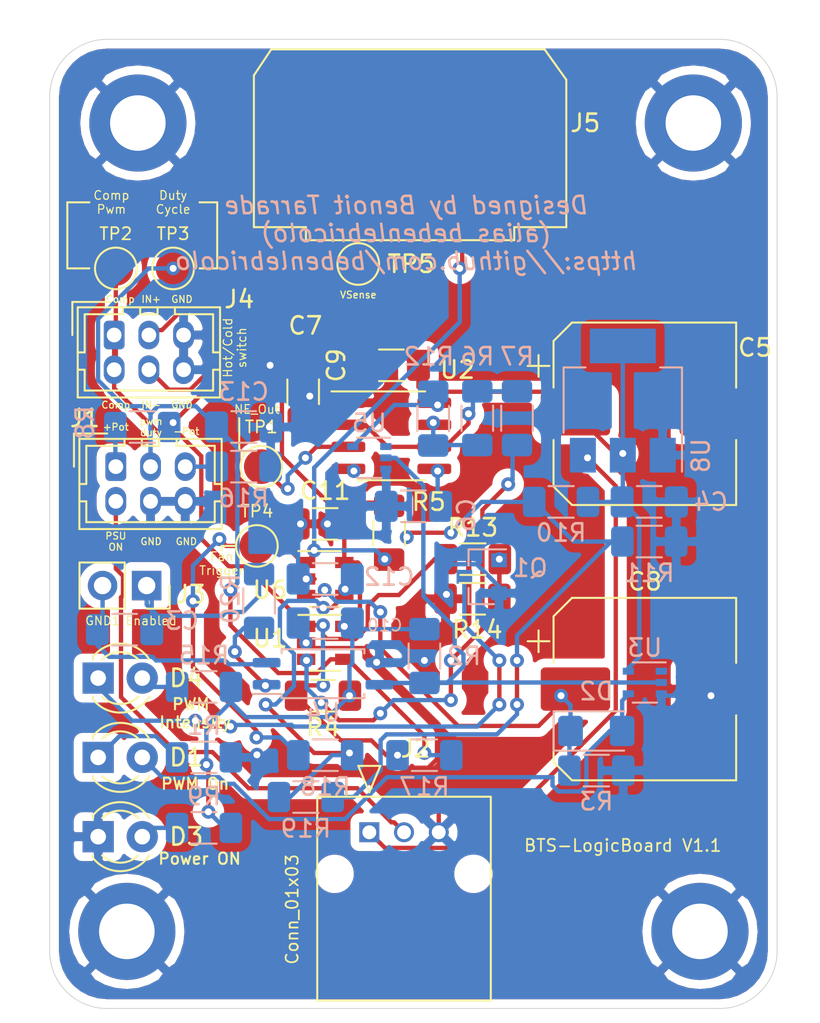
<source format=kicad_pcb>
(kicad_pcb (version 20211014) (generator pcbnew)
  (layers (0 "F.Cu" signal) (31 "B.Cu" signal) (34 "B.Paste" user) (35 "F.Paste" user) (36 "B.SilkS" user "B.Silkscreen") (37 "F.SilkS" user "F.Silkscreen") (38 "B.Mask" user) (39 "F.Mask" user) (44 "Edge.Cuts" user))
  (net 0 "")
  (net 1 "GND")
  (net 2 "+5V")
  (net 3 "Net-(C6-Pad1)")
  (net 4 "/Threshold")
  (net 5 "Net-(D1-Pad2)")
  (net 6 "Net-(D3-Pad2)")
  (net 7 "Net-(D4-Pad1)")
  (net 8 "/FAN_TRIGGER")
  (net 9 "/IN+")
  (net 10 "/IN-")
  (net 11 "/VSense")
  (net 12 "/PSU_ON")
  (net 13 "Net-(Q1-Pad1)")
  (net 14 "/2.5V")
  (net 15 "Net-(C8-Pad1)")
  (net 16 "Net-(R20-Pad1)")
  (net 17 "GND1")
  (net 18 "VCC")
  (net 19 "/PWM_DCycle_Ref")
  (net 20 "Net-(D1-Pad1)")
  (net 21 "Net-(D4-Pad2)")
  (net 22 "/COMP_PWM")
  (net 23 "Net-(R12-Pad2)")
  (net 24 "/Sawtooth")
  (net 25 "/NE_OUT")
  (net 26 "/NE555_RST")
  (net 27 "/EnableSignal")
  (net 28 "/-Potentiometer")
  (net 29 "/+Potentiometer")
  (net 30 "/EnabledOpto")
  (net 31 "Net-(C12-Pad1)")
  (footprint "Capacitor_SMD:C_1206_3216Metric_Pad1.33x1.80mm_HandSolder" (layer "F.Cu") (at 126.365 86.36 90)
    (fp_text reference "C7")
    (fp_text value "220pF")
  )
  (footprint "Connector_PinSocket_2.54mm:PinSocket_1x02_P2.54mm_Vertical" (layer "F.Cu") (at 117.348 97.536 -90)
    (fp_text reference "J3")
    (fp_text value "Conn_01x02")
  )
  (footprint "Package_SO:SOIC-8_3.9x4.9mm_P1.27mm" (layer "F.Cu") (at 131.445 88.9)
    (fp_text reference "U2")
    (fp_text value "NE555DR/TS555")
  )
  (footprint "MountingHole:MountingHole_3.2mm_M3_DIN965_Pad_TopBottom" (layer "F.Cu") (at 116.84 70.866)
    (fp_text reference "H1" hide)
    (fp_text value "MountingHole_Pad")
  )
  (footprint "MountingHole:MountingHole_3.2mm_M3_DIN965_Pad_TopBottom" (layer "F.Cu") (at 116.205 117.475)
    (fp_text reference "H3" hide)
    (fp_text value "MountingHole_Pad")
  )
  (footprint "MountingHole:MountingHole_3.2mm_M3_DIN965_Pad_TopBottom" (layer "F.Cu") (at 149.225 117.475)
    (fp_text reference "H4" hide)
    (fp_text value "MountingHole_Pad")
  )
  (footprint "Package_TO_SOT_SMD:SOT-23-5" (layer "F.Cu") (at 127.635 100.838)
    (fp_text reference "U1")
    (fp_text value "NCS2252SN2T1G")
  )
  (footprint "MountingHole:MountingHole_3.2mm_M3_DIN965_Pad_TopBottom" (layer "F.Cu") (at 148.844 70.866)
    (fp_text reference "H2" hide)
    (fp_text value "MountingHole_Pad")
  )
  (footprint "Capacitor_SMD:CP_Elec_10x10" (layer "F.Cu") (at 146.05 103.505)
    (fp_text reference "C8")
    (fp_text value "470uF")
  )
  (footprint "Capacitor_SMD:C_1206_3216Metric_Pad1.33x1.80mm_HandSolder" (layer "F.Cu") (at 131.445 84.836 180)
    (fp_text reference "C9")
    (fp_text value "100nF")
  )
  (footprint "Capacitor_SMD:C_1206_3216Metric_Pad1.33x1.80mm_HandSolder" (layer "F.Cu") (at 127.635 93.98 180)
    (fp_text reference "C11")
    (fp_text value "100nF")
  )
  (footprint "LED_THT:LED_D3.0mm" (layer "F.Cu") (at 114.554 112.014)
    (fp_text reference "D3")
    (fp_text value "LED")
  )
  (footprint "LED_THT:LED_D3.0mm" (layer "F.Cu") (at 114.554 102.87)
    (fp_text reference "D4")
    (fp_text value "LED")
  )
  (footprint "BTS-LogicBoard:559350310" (layer "F.Cu") (at 130.175 111.76)
    (fp_text reference "J2")
    (fp_text value "Conn_01x03")
  )
  (footprint "Resistor_SMD:R_1206_3216Metric_Pad1.30x1.75mm_HandSolder" (layer "F.Cu") (at 131.318 94.488 -90)
    (fp_text reference "R5")
    (fp_text value "1k")
  )
  (footprint "Resistor_SMD:R_1206_3216Metric_Pad1.30x1.75mm_HandSolder" (layer "F.Cu") (at 136.144 96.012)
    (fp_text reference "R13")
    (fp_text value "1k")
  )
  (footprint "Resistor_SMD:R_1206_3216Metric_Pad1.30x1.75mm_HandSolder" (layer "F.Cu") (at 136.118 98.298)
    (fp_text reference "R14")
    (fp_text value "56k")
  )
  (footprint "TestPoint:TestPoint_Pad_D2.0mm" (layer "F.Cu") (at 123.952 90.678)
    (fp_text reference "TP1")
    (fp_text value "TestPoint")
  )
  (footprint "TestPoint:TestPoint_Pad_D2.0mm" (layer "F.Cu") (at 115.57 79.248)
    (fp_text reference "TP2")
    (fp_text value "TestPoint")
  )
  (footprint "TestPoint:TestPoint_Pad_D2.0mm" (layer "F.Cu") (at 118.872 79.248)
    (fp_text reference "TP3")
    (fp_text value "TestPoint")
  )
  (footprint "TestPoint:TestPoint_Pad_D2.0mm" (layer "F.Cu") (at 123.698 95.25)
    (fp_text reference "TP4")
    (fp_text value "TestPoint")
  )
  (footprint "TestPoint:TestPoint_Pad_D2.0mm" (layer "F.Cu") (at 129.54 78.994)
    (fp_text reference "TP5")
    (fp_text value "TestPoint")
  )
  (footprint "Package_TO_SOT_SMD:SOT-23-5" (layer "F.Cu") (at 127.635 97.155)
    (fp_text reference "U6")
    (fp_text value "NCS2252SN2T1G")
  )
  (footprint "Resistor_SMD:R_1206_3216Metric_Pad1.30x1.75mm_HandSolder" (layer "F.Cu") (at 127.508 103.886 180)
    (fp_text reference "R4")
    (fp_text value "1k")
  )
  (footprint "Connector_Hirose:Hirose_DF11-6DP-2DSA_2x03_P2.00mm_Vertical" (layer "F.Cu") (at 115.57 90.678)
    (fp_text reference "J1")
    (fp_text value "Conn_02x03_Odd_Even")
  )
  (footprint "Connector_Hirose:Hirose_DF11-6DP-2DSA_2x03_P2.00mm_Vertical" (layer "F.Cu") (at 115.475 83.09)
    (fp_text reference "J4")
    (fp_text value "Conn_02x03_Odd_Even")
  )
  (footprint "BTS-LogicBoard:Molex_MicroLock_1.25_01x06" (layer "F.Cu") (at 136.525 71.12 180)
    (fp_text reference "J5")
    (fp_text value "Conn_01x06")
  )
  (footprint "Capacitor_SMD:CP_Elec_10x10" (layer "F.Cu") (at 146.05 87.63)
    (fp_text reference "C5")
    (fp_text value "470uF")
  )
  (footprint "LED_THT:LED_D3.0mm" (layer "F.Cu") (at 114.554 107.442)
    (fp_text reference "D1")
    (fp_text value "LED")
  )
  (footprint "Capacitor_SMD:C_1206_3216Metric_Pad1.33x1.80mm_HandSolder" (layer "B.Cu") (at 146.304 92.71)
    (fp_text reference "C4")
    (fp_text value "1uF")
  )
  (footprint "Capacitor_SMD:C_1206_3216Metric_Pad1.33x1.80mm_HandSolder" (layer "B.Cu") (at 132.715 92.964 180)
    (fp_text reference "C6")
    (fp_text value "10nF")
  )
  (footprint "Resistor_SMD:R_1206_3216Metric_Pad1.30x1.75mm_HandSolder" (layer "B.Cu") (at 141.224 92.71 180)
    (fp_text reference "R10")
    (fp_text value "10k")
  )
  (footprint "Resistor_SMD:R_1206_3216Metric_Pad1.30x1.75mm_HandSolder" (layer "B.Cu") (at 146.304 94.996)
    (fp_text reference "R11")
    (fp_text value "10k")
  )
  (footprint "Resistor_SMD:R_1206_3216Metric_Pad1.30x1.75mm_HandSolder" (layer "B.Cu") (at 133.858 87.91 -90)
    (fp_text reference "R12")
    (fp_text value "470")
  )
  (footprint "Capacitor_SMD:C_1206_3216Metric_Pad1.33x1.80mm_HandSolder" (layer "B.Cu") (at 116.078 100.076)
    (fp_text reference "C3")
    (fp_text value "100nF")
  )
  (footprint "Resistor_SMD:R_1206_3216Metric_Pad1.30x1.75mm_HandSolder" (layer "B.Cu") (at 123.825 98.425 90)
    (fp_text reference "R20")
    (fp_text value "1k")
  )
  (footprint "Package_SO:SOIC-4_4.55x2.6mm_P1.27mm" (layer "B.Cu") (at 127.508 102.616)
    (fp_text reference "U4")
    (fp_text value "TLP291")
  )
  (footprint "Capacitor_SMD:C_1206_3216Metric_Pad1.33x1.80mm_HandSolder" (layer "B.Cu") (at 127.635 99.695 180)
    (fp_text reference "C10")
    (fp_text value "100nF")
  )
  (footprint "Capacitor_SMD:C_1206_3216Metric_Pad1.33x1.80mm_HandSolder" (layer "B.Cu") (at 127.635 97.155 180)
    (fp_text reference "C12")
    (fp_text value "100nF")
  )
  (footprint "Capacitor_SMD:C_1206_3216Metric_Pad1.33x1.80mm_HandSolder" (layer "B.Cu") (at 122.936 88.392)
    (fp_text reference "C13")
    (fp_text value "1uF")
  )
  (footprint "Diode_SMD:D_1206_3216Metric_Pad1.42x1.75mm_HandSolder" (layer "B.Cu") (at 143.256 105.918)
    (fp_text reference "D2")
    (fp_text value "1N4148")
  )
  (footprint "Resistor_SMD:R_1206_3216Metric_Pad1.30x1.75mm_HandSolder" (layer "B.Cu") (at 120.65 107.442 180)
    (fp_text reference "R1")
    (fp_text value "470")
  )
  (footprint "Resistor_SMD:R_1206_3216Metric_Pad1.30x1.75mm_HandSolder" (layer "B.Cu") (at 133.35 101.6 -90)
    (fp_text reference "R2")
    (fp_text value "1k")
  )
  (footprint "Resistor_SMD:R_1206_3216Metric_Pad1.30x1.75mm_HandSolder" (layer "B.Cu") (at 143.256 108.204 180)
    (fp_text reference "R3")
    (fp_text value "390k")
  )
  (footprint "Resistor_SMD:R_1206_3216Metric_Pad1.30x1.75mm_HandSolder" (layer "B.Cu") (at 136.398 87.884 90)
    (fp_text reference "R6")
    (fp_text value "220")
  )
  (footprint "Resistor_SMD:R_1206_3216Metric_Pad1.30x1.75mm_HandSolder" (layer "B.Cu") (at 138.684 87.884 90)
    (fp_text reference "R7")
    (fp_text value "10k")
  )
  (footprint "Resistor_SMD:R_1206_3216Metric_Pad1.30x1.75mm_HandSolder" (layer "B.Cu") (at 117.094 88.392 180)
    (fp_text reference "R8")
    (fp_text value "5.6k")
  )
  (footprint "Resistor_SMD:R_1206_3216Metric_Pad1.30x1.75mm_HandSolder" (layer "B.Cu") (at 120.65 111.506 180)
    (fp_text reference "R9")
    (fp_text value "470")
  )
  (footprint "Resistor_SMD:R_1206_3216Metric_Pad1.30x1.75mm_HandSolder" (layer "B.Cu") (at 120.65 103.378 180)
    (fp_text reference "R15")
    (fp_text value "470")
  )
  (footprint "Resistor_SMD:R_1206_3216Metric_Pad1.30x1.75mm_HandSolder" (layer "B.Cu") (at 122.936 90.678)
    (fp_text reference "R16")
    (fp_text value "5.6k")
  )
  (footprint "Package_TO_SOT_SMD:SOT-353_SC-70-5" (layer "B.Cu") (at 146.05 103.124 180)
    (fp_text reference "U3")
    (fp_text value "74HC1GU04")
  )
  (footprint "Package_TO_SOT_SMD:SOT-353_SC-70-5" (layer "B.Cu") (at 130.175 90.17 180)
    (fp_text reference "U5")
    (fp_text value "74HC1GU04")
  )
  (footprint "Package_TO_SOT_SMD:SOT-223-3_TabPin2" (layer "B.Cu") (at 144.78 86.868 90)
    (fp_text reference "U8")
    (fp_text value "LM1117-5.0")
  )
  (footprint "Package_TO_SOT_SMD:SOT-23" (layer "B.Cu") (at 136.652 97.028 180)
    (fp_text reference "Q1")
    (fp_text value "BC817")
  )
  (footprint "Resistor_SMD:R_1206_3216Metric_Pad1.30x1.75mm_HandSolder" (layer "B.Cu") (at 126.518 109.728)
    (fp_text reference "R19")
    (fp_text value "4.7k")
  )
  (footprint "Resistor_SMD:R_1206_3216Metric_Pad1.30x1.75mm_HandSolder" (layer "B.Cu") (at 133.35 107.315)
    (fp_text reference "R17")
    (fp_text value "56k")
  )
  (footprint "Resistor_SMD:R_1206_3216Metric_Pad1.30x1.75mm_HandSolder" (layer "B.Cu") (at 127.635 107.315)
    (fp_text reference "R18")
    (fp_text value "56k")
  )
  (gr_line (start 122.682 89.662) (end 122.936 89.916) (layer "F.SilkS") (width 0.12))
  (gr_line (start 112.776 79.248) (end 114.046 79.248) (layer "F.SilkS") (width 0.12))
  (gr_line (start 121.412 75.438) (end 121.412 79.248) (layer "F.SilkS") (width 0.12))
  (gr_line (start 121.412 79.248) (end 120.396 79.248) (layer "F.SilkS") (width 0.12))
  (gr_line (start 122.682 87.884) (end 122.682 89.662) (layer "F.SilkS") (width 0.12))
  (gr_line (start 121.666 95.25) (end 122.428 95.25) (layer "F.SilkS") (width 0.12))
  (gr_line (start 120.396 75.438) (end 121.412 75.438) (layer "F.SilkS") (width 0.12))
  (gr_line (start 114.046 75.438) (end 112.776 75.438) (layer "F.SilkS") (width 0.12))
  (gr_line (start 121.666 95.504) (end 121.666 95.25) (layer "F.SilkS") (width 0.12))
  (gr_line (start 112.776 75.438) (end 112.776 79.248) (layer "F.SilkS") (width 0.12))
  (gr_line (start 115.062 121.92) (end 150.368 121.92) (layer "Edge.Cuts") (width 0.05))
  (gr_line (start 111.76 118.618) (end 111.76 69.342) (layer "Edge.Cuts") (width 0.05))
  (gr_arc (start 153.67 118.618) (mid 152.702867 120.952867) (end 150.368 121.92) (layer "Edge.Cuts") (width 0.05))
  (gr_line (start 153.67 69.342) (end 153.67 118.618) (layer "Edge.Cuts") (width 0.05))
  (gr_line (start 150.368 66.04) (end 115.062 66.04) (layer "Edge.Cuts") (width 0.05))
  (gr_arc (start 115.062 121.92) (mid 112.727133 120.952867) (end 111.76 118.618) (layer "Edge.Cuts") (width 0.05))
  (gr_arc (start 111.76 69.342) (mid 112.727133 67.007133) (end 115.062 66.04) (layer "Edge.Cuts") (width 0.05))
  (gr_arc (start 150.368 66.04) (mid 152.702867 67.007133) (end 153.67 69.342) (layer "Edge.Cuts") (width 0.05))
  (gr_text "Designed by Benoit Tarrade\n(alias bebenlebricolo)\nhttps://github.com/bebenlebricolo" (at 132.334 77.216) (layer "B.SilkS") (effects (font (size 1 1) (thickness 0.15) italic) (justify mirror)))
  (gr_text "PWM On" (at 120.142 108.966) (layer "F.SilkS") (effects (font (size 0.65 0.65) (thickness 0.12))))
  (gr_text "Fan\nTrigger" (at 121.666 96.266) (layer "F.SilkS") (effects (font (size 0.5 0.5) (thickness 0.07))))
  (gr_text "Power ON" (at 120.396 113.284) (layer "F.SilkS") (effects (font (size 0.65 0.65) (thickness 0.12))))
  (gr_text "PWM \nIntensity" (at 120.142 104.902) (layer "F.SilkS") (effects (font (size 0.65 0.65) (thickness 0.12))))
  (gr_text "GND1" (at 114.808 99.568) (layer "F.SilkS") (effects (font (size 0.5 0.5) (thickness 0.07))))
  (gr_text "Enabled" (at 117.602 99.568) (layer "F.SilkS") (effects (font (size 0.5 0.5) (thickness 0.07))))
  (gr_text "GND" (at 117.602 94.996) (layer "F.SilkS") (effects (font (size 0.4 0.4) (thickness 0.07))))
  (gr_text "GND" (at 119.38 87.122) (layer "F.SilkS") (effects (font (size 0.4 0.4) (thickness 0.07))))
  (gr_text "Comp" (at 115.824 81.026) (layer "F.SilkS") (effects (font (size 0.4 0.4) (thickness 0.07))))
  (gr_text "IN+" (at 117.602 81.026) (layer "F.SilkS") (effects (font (size 0.4 0.4) (thickness 0.07))))
  (gr_text "GND" (at 119.38 81.026) (layer "F.SilkS") (effects (font (size 0.4 0.4) (thickness 0.07))))
  (gr_text "VSense" (at 129.54 80.772) (layer "F.SilkS") (effects (font (size 0.4 0.4) (thickness 0.07))))
  (gr_text "Comp" (at 115.57 87.122) (layer "F.SilkS") (effects (font (size 0.4 0.4) (thickness 0.07))))
  (gr_text "Comp\nPwm" (at 115.316 75.438) (layer "F.SilkS") (effects (font (size 0.5 0.5) (thickness 0.07))))
  (gr_text "PSU\nON" (at 115.57 94.996) (layer "F.SilkS") (effects (font (size 0.4 0.4) (thickness 0.07))))
  (gr_text "pwm\nduty" (at 117.602 88.392) (layer "F.SilkS") (effects (font (size 0.4 0.4) (thickness 0.07))))
  (gr_text "Duty\nCycle" (at 118.872 75.438) (layer "F.SilkS") (effects (font (size 0.5 0.5) (thickness 0.07))))
  (gr_text "NE_Out" (at 123.698 87.376) (layer "F.SilkS") (effects (font (size 0.5 0.5) (thickness 0.07))))
  (gr_text "BTS-LogicBoard V1.1" (at 144.78 112.522) (layer "F.SilkS") (effects (font (size 0.7 0.7) (thickness 0.1))))
  (gr_text "IN-" (at 117.602 87.122) (layer "F.SilkS") (effects (font (size 0.4 0.4) (thickness 0.07))))
  (gr_text "-Pot" (at 119.634 88.646) (layer "F.SilkS") (effects (font (size 0.4 0.4) (thickness 0.07))))
  (gr_text "+Pot" (at 115.57 88.392) (layer "F.SilkS") (effects (font (size 0.4 0.4) (thickness 0.07))))
  (gr_text "GND" (at 119.634 94.996) (layer "F.SilkS") (effects (font (size 0.4 0.4) (thickness 0.07))))
  (gr_text "Hot/Cold\nswitch" (at 122.428 83.82 90) (layer "F.SilkS") (effects (font (size 0.5 0.5) (thickness 0.07))))
  (segment (start 122.626999 89.463001) (end 123.698 88.392) (width 0.25) (layer "F.Cu") (net 1))
  (segment (start 126.212714 93.98) (end 125.292998 93.98) (width 0.25) (layer "F.Cu") (net 1))
  (segment (start 124.46 84.836) (end 126.3265 84.836) (width 0.25) (layer "F.Cu") (net 1))
  (segment (start 126.535 100.838) (end 126.534968 100.838) (width 0.25) (layer "F.Cu") (net 1))
  (segment (start 126.746 86.614) (end 128.589 86.614) (width 0.25) (layer "F.Cu") (net 1))
  (segment (start 126.834967 101.137999) (end 126.534968 100.838) (width 0.25) (layer "F.Cu") (net 1))
  (segment (start 126.212714 93.98) (end 127.762 93.98) (width 0.25) (layer "F.Cu") (net 1))
  (segment (start 126.535 97.155) (end 126.535001 97.155) (width 0.25) (layer "F.Cu") (net 1))
  (segment (start 134.175 111.76) (end 134.175 105.539321) (width 0.25) (layer "F.Cu") (net 1))
  (segment (start 122.626999 91.314001) (end 122.626999 89.463001) (width 0.25) (layer "F.Cu") (net 1))
  (segment (start 134.075001 105.439322) (end 134.075001 107.536001) (width 0.25) (layer "F.Cu") (net 1))
  (segment (start 124.446344 108.040001) (end 123.699918 107.293575) (width 0.25) (layer "F.Cu") (net 1))
  (segment (start 134.075001 107.536001) (end 133.571001 108.040001) (width 0.25) (layer "F.Cu") (net 1))
  (segment (start 128.589 86.614) (end 128.97 86.995) (width 0.25) (layer "F.Cu") (net 1))
  (segment (start 133.571001 108.040001) (end 124.446344 108.040001) (width 0.25) (layer "F.Cu") (net 1))
  (segment (start 126.535 97.155) (end 127.025002 97.155) (width 0.25) (layer "F.Cu") (net 1))
  (segment (start 126.3265 84.836) (end 126.365 84.7975) (width 0.25) (layer "F.Cu") (net 1))
  (segment (start 125.292998 93.98) (end 122.626999 91.314001) (width 0.25) (layer "F.Cu") (net 1))
  (segment (start 134.568 98.298) (end 134.568 100.636) (width 0.25) (layer "F.Cu") (net 1))
  (segment (start 134.568 100.636) (end 133.35 101.854) (width 0.25) (layer "F.Cu") (net 1))
  (segment (start 134.568 98.096) (end 134.62 98.044) (width 0.25) (layer "F.Cu") (net 1))
  (segment (start 134.175 105.539321) (end 130.598425 101.962746) (width 0.25) (layer "F.Cu") (net 1))
  (segment (start 129.773678 101.137999) (end 126.834967 101.137999) (width 0.25) (layer "F.Cu") (net 1))
  (segment (start 123.698 88.392) (end 124.41499 88.392) (width 0.25) (layer "F.Cu") (net 1))
  (segment (start 149.86 103.886) (end 149.86 103.695) (width 0.25) (layer "F.Cu") (net 1))
  (segment (start 130.598425 101.962746) (end 129.773678 101.137999) (width 0.25) (layer "F.Cu") (net 1))
  (segment (start 130.598425 101.962746) (end 134.075001 105.439322) (width 0.25) (layer "F.Cu") (net 1))
  (segment (start 149.86 103.695) (end 150.05 103.505) (width 0.25) (layer "F.Cu") (net 1))
  (segment (start 134.568 98.298) (end 134.568 98.096) (width 0.25) (layer "F.Cu") (net 1))
  (via (at 134.62 98.044) (size 0.8) (drill 0.4) (layers "F.Cu" "B.Cu") (net 1))
  (via (at 124.46 84.836) (size 0.8) (drill 0.4) (layers "F.Cu" "B.Cu") (net 1))
  (via (at 126.212714 93.98) (size 0.8) (drill 0.4) (layers "F.Cu" "B.Cu") (net 1))
  (via (at 133.35 101.854) (size 0.8) (drill 0.4) (layers "F.Cu" "B.Cu") (net 1))
  (via (at 123.699918 107.293575) (size 0.8) (drill 0.4) (layers "F.Cu" "B.Cu") (net 1))
  (via (at 126.535001 97.155) (size 0.8) (drill 0.4) (layers "F.Cu" "B.Cu") (net 1))
  (via (at 126.534968 100.838) (size 0.8) (drill 0.4) (layers "F.Cu" "B.Cu") (net 1))
  (via (at 149.86 103.886) (size 0.8) (drill 0.4) (layers "F.Cu" "B.Cu") (net 1))
  (via (at 124.41499 88.392) (size 0.8) (drill 0.4) (layers "F.Cu" "B.Cu") (net 1))
  (via (at 130.598425 101.962746) (size 0.8) (drill 0.4) (layers "F.Cu" "B.Cu") (net 1))
  (via (at 127.762 93.98) (size 0.8) (drill 0.4) (layers "F.Cu" "B.Cu") (net 1))
  (via (at 126.746 86.614) (size 0.8) (drill 0.4) (layers "F.Cu" "B.Cu") (net 1))
  (segment (start 124.4985 84.8745) (end 124.46 84.836) (width 0.25) (layer "B.Cu") (net 1))
  (segment (start 136.362001 96.302999) (end 134.941999 96.302999) (width 0.25) (layer "B.Cu") (net 1))
  (segment (start 123.551493 107.442) (end 123.699918 107.293575) (width 0.25) (layer "B.Cu") (net 1))
  (segment (start 124.4985 88.392) (end 124.4985 90.6655) (width 0.25) (layer "B.Cu") (net 1))
  (segment (start 126.0725 100.375532) (end 126.534968 100.838) (width 0.25) (layer "B.Cu") (net 1))
  (segment (start 131.1525 92.71) (end 131.1525 90.8475) (width 0.25) (layer "B.Cu") (net 1))
  (segment (start 126.0725 99.695) (end 126.0725 100.375532) (width 0.25) (layer "B.Cu") (net 1))
  (segment (start 122.2 107.442) (end 123.551493 107.442) (width 0.25) (layer "B.Cu") (net 1))
  (segment (start 126.0725 97.155) (end 126.0725 94.120214) (width 0.25) (layer "B.Cu") (net 1))
  (segment (start 130.885 101.676171) (end 130.598425 101.962746) (width 0.25) (layer "B.Cu") (net 1))
  (segment (start 124.4985 88.392) (end 124.4985 84.8745) (width 0.25) (layer "B.Cu") (net 1))
  (segment (start 131.1525 90.8475) (end 131.125 90.82) (width 0.25) (layer "B.Cu") (net 1))
  (segment (start 126.0725 97.155) (end 126.535001 97.155) (width 0.25) (layer "B.Cu") (net 1))
  (segment (start 130.885 101.6) (end 130.885 101.676171) (width 0.25) (layer "B.Cu") (net 1))
  (segment (start 137.652 97.978) (end 137.652 97.592998) (width 0.25) (layer "B.Cu") (net 1))
  (segment (start 147.066 103.886) (end 149.86 103.886) (width 0.25) (layer "B.Cu") (net 1))
  (segment (start 134.941999 96.302999) (end 134.62 96.624998) (width 0.25) (layer "B.Cu") (net 1))
  (segment (start 126.0725 94.120214) (end 126.212714 93.98) (width 0.25) (layer "B.Cu") (net 1))
  (segment (start 134.62 96.624998) (end 134.62 98.044) (width 0.25) (layer "B.Cu") (net 1))
  (segment (start 126.0725 99.695) (end 126.0725 100.122067) (width 0.25) (layer "B.Cu") (net 1))
  (segment (start 126.0725 100.122067) (end 125.899002 100.295565) (width 0.25) (layer "B.Cu") (net 1))
  (segment (start 126.238 86.614) (end 126.746 86.614) (width 0.25) (layer "B.Cu") (net 1))
  (segment (start 137.652 97.592998) (end 136.362001 96.302999) (width 0.25) (layer "B.Cu") (net 1))
  (segment (start 124.4985 90.6655) (end 124.486 90.678) (width 0.25) (layer "B.Cu") (net 1))
  (segment (start 124.46 84.836) (end 126.238 86.614) (width 0.25) (layer "B.Cu") (net 1))
  (segment (start 144.37501 91.79701) (end 142.748 90.17) (width 0.25) (layer "F.Cu") (net 2))
  (segment (start 131.075001 112.660001) (end 136.458189 112.660001) (width 0.25) (layer "F.Cu") (net 2))
  (segment (start 144.37501 104.74318) (end 144.37501 91.79701) (width 0.25) (layer "F.Cu") (net 2))
  (segment (start 136.458189 112.660001) (end 144.37501 104.74318) (width 0.25) (layer "F.Cu") (net 2))
  (segment (start 130.175 111.76) (end 131.075001 112.660001) (width 0.25) (layer "F.Cu") (net 2))
  (via (at 142.748 90.17) (size 0.8) (drill 0.4) (layers "F.Cu" "B.Cu") (net 2))
  (segment (start 142.632 90.17) (end 142.48 90.018) (width 0.25) (layer "B.Cu") (net 2))
  (segment (start 142.748 90.17) (end 142.632 90.17) (width 0.25) (layer "B.Cu") (net 2))
  (segment (start 133.985 90.805) (end 134.112 90.932) (width 0.25) (layer "F.Cu") (net 3))
  (segment (start 133.92 90.805) (end 133.985 90.805) (width 0.25) (layer "F.Cu") (net 3))
  (via (at 134.112 90.932) (size 0.8) (drill 0.4) (layers "F.Cu" "B.Cu") (net 3))
  (segment (start 134.112 92.5445) (end 134.2775 92.71) (width 0.25) (layer "B.Cu") (net 3))
  (segment (start 134.112 90.932) (end 134.112 92.5445) (width 0.25) (layer "B.Cu") (net 3))
  (segment (start 126.365 87.9225) (end 128.6275 87.9225) (width 0.25) (layer "F.Cu") (net 4))
  (segment (start 135.89 88.195685) (end 134.550685 89.535) (width 0.25) (layer "F.Cu") (net 4))
  (segment (start 128.6275 87.9225) (end 128.97 88.265) (width 0.25) (layer "F.Cu") (net 4))
  (segment (start 131.215 89.535) (end 133.92 89.535) (width 0.25) (layer "F.Cu") (net 4))
  (segment (start 128.97 88.265) (end 129.945 88.265) (width 0.25) (layer "F.Cu") (net 4))
  (segment (start 134.550685 89.535) (end 133.92 89.535) (width 0.25) (layer "F.Cu") (net 4))
  (segment (start 135.89 87.63) (end 135.89 88.195685) (width 0.25) (layer "F.Cu") (net 4))
  (segment (start 129.945 88.265) (end 131.215 89.535) (width 0.25) (layer "F.Cu") (net 4))
  (via (at 135.89 87.63) (size 0.8) (drill 0.4) (layers "F.Cu" "B.Cu") (net 4))
  (segment (start 136.144 87.376) (end 135.89 87.63) (width 0.25) (layer "B.Cu") (net 4))
  (segment (start 136.144 86.334) (end 136.144 87.376) (width 0.25) (layer "B.Cu") (net 4))
  (segment (start 138.43 86.334) (end 136.144 86.334) (width 0.25) (layer "B.Cu") (net 4))
  (segment (start 144.7435 104.1765) (end 144.7435 105.918) (width 0.25) (layer "B.Cu") (net 5))
  (segment (start 141.06782 109.40401) (end 142.34418 109.40401) (width 0.25) (layer "B.Cu") (net 5))
  (segment (start 128.778 110.998) (end 131.191 108.585) (width 0.25) (layer "B.Cu") (net 5))
  (segment (start 140.73099 108.585) (end 140.73099 109.06718) (width 0.25) (layer "B.Cu") (net 5))
  (segment (start 121.50481 108.585) (end 121.88581 108.966) (width 0.25) (layer "B.Cu") (net 5))
  (segment (start 142.68101 109.06718) (end 142.68101 107.26799) (width 0.25) (layer "B.Cu") (net 5))
  (segment (start 142.68101 107.26799) (end 144.031 105.918) (width 0.25) (layer "B.Cu") (net 5))
  (segment (start 118.46182 108.64201) (end 119.73818 108.64201) (width 0.25) (layer "B.Cu") (net 5))
  (segment (start 118.237 108.585) (end 118.40481 108.585) (width 0.25) (layer "B.Cu") (net 5))
  (segment (start 142.34418 109.40401) (end 142.68101 109.06718) (width 0.25) (layer "B.Cu") (net 5))
  (segment (start 119.73818 108.64201) (end 119.79519 108.585) (width 0.25) (layer "B.Cu") (net 5))
  (segment (start 144.031 105.918) (end 144.7435 105.918) (width 0.25) (layer "B.Cu") (net 5))
  (segment (start 124.39981 110.998) (end 128.778 110.998) (width 0.25) (layer "B.Cu") (net 5))
  (segment (start 118.40481 108.585) (end 118.46182 108.64201) (width 0.25) (layer "B.Cu") (net 5))
  (segment (start 119.79519 108.585) (end 121.50481 108.585) (width 0.25) (layer "B.Cu") (net 5))
  (segment (start 140.73099 109.06718) (end 141.06782 109.40401) (width 0.25) (layer "B.Cu") (net 5))
  (segment (start 145.034 103.886) (end 144.7435 104.1765) (width 0.25) (layer "B.Cu") (net 5))
  (segment (start 121.88581 108.966) (end 122.36781 108.966) (width 0.25) (layer "B.Cu") (net 5))
  (segment (start 122.36781 108.966) (end 124.39981 110.998) (width 0.25) (layer "B.Cu") (net 5))
  (segment (start 131.191 108.585) (end 140.73099 108.585) (width 0.25) (layer "B.Cu") (net 5))
  (segment (start 117.094 107.442) (end 118.237 108.585) (width 0.25) (layer "B.Cu") (net 5))
  (segment (start 119.1 111.506) (end 117.094 111.506) (width 0.25) (layer "B.Cu") (net 6))
  (segment (start 122.174 105.664) (end 120.483546 105.664) (width 0.25) (layer "F.Cu") (net 7))
  (segment (start 137.668 101.854) (end 137.668 104.394) (width 0.25) (layer "F.Cu") (net 7))
  (segment (start 120.483546 105.664) (end 120.146705 105.327159) (width 0.25) (layer "F.Cu") (net 7))
  (via (at 120.146705 105.327159) (size 0.8) (drill 0.4) (layers "F.Cu" "B.Cu") (net 7))
  (via (at 122.174 105.664) (size 0.8) (drill 0.4) (layers "F.Cu" "B.Cu") (net 7))
  (via (at 137.668 101.854) (size 0.8) (drill 0.4) (layers "F.Cu" "B.Cu") (net 7))
  (via (at 137.668 104.394) (size 0.8) (drill 0.4) (layers "F.Cu" "B.Cu") (net 7))
  (segment (start 125.787004 105.664) (end 136.398 105.664) (width 0.25) (layer "B.Cu") (net 7))
  (segment (start 135.652 97.028) (end 135.652 99.838) (width 0.25) (layer "B.Cu") (net 7))
  (segment (start 114.554 103.378) (end 116.503159 105.327159) (width 0.25) (layer "B.Cu") (net 7))
  (segment (start 136.398 105.664) (end 137.668 104.394) (width 0.25) (layer "B.Cu") (net 7))
  (segment (start 116.503159 105.327159) (end 119.58102 105.327159) (width 0.25) (layer "B.Cu") (net 7))
  (segment (start 119.58102 105.327159) (end 120.146705 105.327159) (width 0.25) (layer "B.Cu") (net 7))
  (segment (start 125.692016 105.569012) (end 125.787004 105.664) (width 0.25) (layer "B.Cu") (net 7))
  (segment (start 135.652 99.838) (end 137.668 101.854) (width 0.25) (layer "B.Cu") (net 7))
  (segment (start 122.268988 105.569012) (end 125.692016 105.569012) (width 0.25) (layer "B.Cu") (net 7))
  (segment (start 122.174 105.664) (end 122.268988 105.569012) (width 0.25) (layer "B.Cu") (net 7))
  (segment (start 127 95.74) (end 127 95.504) (width 0.25) (layer "F.Cu") (net 8))
  (segment (start 123.698 95.25) (end 121.929306 95.25) (width 0.25) (layer "F.Cu") (net 8))
  (segment (start 126.321213 96.205) (end 126.535 96.205) (width 0.25) (layer "F.Cu") (net 8))
  (segment (start 120.015 98.425) (end 120.015 102.235) (width 0.25) (layer "F.Cu") (net 8))
  (segment (start 126.535 96.205) (end 127 95.74) (width 0.25) (layer "F.Cu") (net 8))
  (segment (start 120.015 102.235) (end 123.66969 105.88969) (width 0.25) (layer "F.Cu") (net 8))
  (segment (start 121.929306 95.25) (end 121.539 94.859694) (width 0.25) (layer "F.Cu") (net 8))
  (segment (start 135.525 76.12) (end 135.525 79.105) (width 0.25) (layer "F.Cu") (net 8))
  (segment (start 123.66969 105.88969) (end 123.66969 106.29402) (width 0.25) (layer "F.Cu") (net 8))
  (segment (start 135.525 79.105) (end 135.382 79.248) (width 0.25) (layer "F.Cu") (net 8))
  (segment (start 125.366213 95.25) (end 126.321213 96.205) (width 0.25) (layer "F.Cu") (net 8))
  (segment (start 123.698 95.25) (end 125.366213 95.25) (width 0.25) (layer "F.Cu") (net 8))
  (via (at 135.382 79.248) (size 0.8) (drill 0.4) (layers "F.Cu" "B.Cu") (net 8))
  (via (at 131.064 96.012) (size 0.8) (drill 0.4) (layers "F.Cu" "B.Cu") (net 8))
  (via (at 120.015 98.425) (size 0.8) (drill 0.4) (layers "F.Cu" "B.Cu") (net 8))
  (via (at 127 95.504) (size 0.8) (drill 0.4) (layers "F.Cu" "B.Cu") (net 8))
  (via (at 121.539 94.859694) (size 0.8) (drill 0.4) (layers "F.Cu" "B.Cu") (net 8))
  (via (at 123.66969 106.29402) (size 0.8) (drill 0.4) (layers "F.Cu" "B.Cu") (net 8))
  (segment (start 135.382 79.248) (end 135.382 82.353002) (width 0.25) (layer "B.Cu") (net 8))
  (segment (start 125.06402 106.29402) (end 123.66969 106.29402) (width 0.25) (layer "B.Cu") (net 8))
  (segment (start 135.382 82.353002) (end 127 90.735002) (width 0.25) (layer "B.Cu") (net 8))
  (segment (start 131.064 96.012) (end 130.556 95.504) (width 0.25) (layer "B.Cu") (net 8))
  (segment (start 126.085 107.315) (end 125.06402 106.29402) (width 0.25) (layer "B.Cu") (net 8))
  (segment (start 121.539 94.859694) (end 120.015 96.383694) (width 0.25) (layer "B.Cu") (net 8))
  (segment (start 127 90.735002) (end 127 95.504) (width 0.25) (layer "B.Cu") (net 8))
  (segment (start 130.556 95.504) (end 127 95.504) (width 0.25) (layer "B.Cu") (net 8))
  (segment (start 120.015 96.383694) (end 120.015 98.425) (width 0.25) (layer "B.Cu") (net 8))
  (segment (start 133.525 74.62) (end 133.449999 74.544999) (width 0.25) (layer "F.Cu") (net 9))
  (segment (start 118.227839 82.804) (end 117.761 82.804) (width 0.25) (layer "F.Cu") (net 9))
  (segment (start 133.525 76.12) (end 133.525 74.62) (width 0.25) (layer "F.Cu") (net 9))
  (segment (start 133.449999 74.544999) (end 126.48684 74.544999) (width 0.25) (layer "F.Cu") (net 9))
  (segment (start 126.48684 74.544999) (end 118.227839 82.804) (width 0.25) (layer "F.Cu") (net 9))
  (segment (start 117.761 82.804) (end 117.475 83.09) (width 0.25) (layer "F.Cu") (net 9))
  (segment (start 126.685012 83.80999) (end 122.288171 83.80999) (width 0.25) (layer "F.Cu") (net 10))
  (segment (start 119.858151 86.24001) (end 118.62501 86.24001) (width 0.25) (layer "F.Cu") (net 10))
  (segment (start 131.525 78.970002) (end 126.685012 83.80999) (width 0.25) (layer "F.Cu") (net 10))
  (segment (start 118.62501 86.24001) (end 117.475 85.09) (width 0.25) (layer "F.Cu") (net 10))
  (segment (start 122.288171 83.80999) (end 119.858151 86.24001) (width 0.25) (layer "F.Cu") (net 10))
  (segment (start 131.525 76.12) (end 131.525 78.970002) (width 0.25) (layer "F.Cu") (net 10))
  (segment (start 129.525 76.12) (end 129.525 78.979) (width 0.25) (layer "F.Cu") (net 11))
  (segment (start 129.525 78.979) (end 129.54 78.994) (width 0.25) (layer "F.Cu") (net 11))
  (segment (start 121.136405 107.134988) (end 123.221417 109.22) (width 0.25) (layer "F.Cu") (net 12))
  (segment (start 119.037986 107.134988) (end 121.136405 107.134988) (width 0.25) (layer "F.Cu") (net 12))
  (segment (start 123.221417 109.22) (end 129.482996 109.22) (width 0.25) (layer "F.Cu") (net 12))
  (segment (start 129.482996 109.22) (end 131.447997 111.185001) (width 0.25) (layer "F.Cu") (net 12))
  (segment (start 131.447997 111.185001) (end 131.600002 111.185001) (width 0.25) (layer "F.Cu") (net 12))
  (segment (start 115.57 96.558998) (end 115.983001 96.971999) (width 0.25) (layer "F.Cu") (net 12))
  (segment (start 115.983001 96.971999) (end 115.983001 98.100001) (width 0.25) (layer "F.Cu") (net 12))
  (segment (start 115.57 92.678) (end 115.57 96.558998) (width 0.25) (layer "F.Cu") (net 12))
  (segment (start 131.600002 111.185001) (end 132.175001 111.76) (width 0.25) (layer "F.Cu") (net 12))
  (segment (start 115.983001 98.100001) (end 115.868999 98.214003) (width 0.25) (layer "F.Cu") (net 12))
  (segment (start 115.868999 98.214003) (end 115.868999 103.966001) (width 0.25) (layer "F.Cu") (net 12))
  (segment (start 115.868999 103.966001) (end 119.037986 107.134988) (width 0.25) (layer "F.Cu") (net 12))
  (segment (start 137.668 96.038) (end 137.694 96.012) (width 0.25) (layer "F.Cu") (net 13))
  (segment (start 137.668 98.298) (end 137.668 96.038) (width 0.25) (layer "F.Cu") (net 13))
  (segment (start 137.668 96.012) (end 137.668 98.298) (width 0.25) (layer "F.Cu") (net 13))
  (via (at 137.668 96.012) (size 0.8) (drill 0.4) (layers "F.Cu" "B.Cu") (net 13))
  (segment (start 137.652 96.028) (end 137.668 96.012) (width 0.25) (layer "B.Cu") (net 13))
  (segment (start 137.652 96.078) (end 137.652 96.028) (width 0.25) (layer "B.Cu") (net 13))
  (segment (start 134.874 94.488) (end 132.588 94.488) (width 0.25) (layer "F.Cu") (net 14))
  (segment (start 138.684 101.85401) (end 138.684 104.394) (width 0.25) (layer "F.Cu") (net 14))
  (segment (start 132.588 94.488) (end 132.334 94.742) (width 0.25) (layer "F.Cu") (net 14))
  (via (at 138.684 101.85401) (size 0.8) (drill 0.4) (layers "F.Cu" "B.Cu") (net 14))
  (via (at 132.334 94.742) (size 0.8) (drill 0.4) (layers "F.Cu" "B.Cu") (net 14))
  (via (at 138.684 104.394) (size 0.8) (drill 0.4) (layers "F.Cu" "B.Cu") (net 14))
  (via (at 134.874 94.488) (size 0.8) (drill 0.4) (layers "F.Cu" "B.Cu") (net 14))
  (segment (start 128.068 109.728) (end 129.27517 109.728) (width 0.25) (layer "B.Cu") (net 14))
  (segment (start 130.82499 106.45182) (end 131.16182 106.11499) (width 0.25) (layer "B.Cu") (net 14))
  (segment (start 130.82499 108.17818) (end 130.82499 106.45182) (width 0.25) (layer "B.Cu") (net 14))
  (segment (start 131.16182 106.11499) (end 137.528695 106.11499) (width 0.25) (layer "B.Cu") (net 14))
  (segment (start 137.528695 106.11499) (end 138.684 104.959685) (width 0.25) (layer "B.Cu") (net 14))
  (segment (start 136.652 92.71) (end 134.874 94.488) (width 0.25) (layer "B.Cu") (net 14))
  (segment (start 138.684 104.959685) (end 138.684 104.394) (width 0.25) (layer "B.Cu") (net 14))
  (segment (start 144.104 94.996) (end 138.684 100.416) (width 0.25) (layer "B.Cu") (net 14))
  (segment (start 141.96 94.996) (end 139.674 92.71) (width 0.25) (layer "B.Cu") (net 14))
  (segment (start 144.754 94.996) (end 144.104 94.996) (width 0.25) (layer "B.Cu") (net 14))
  (segment (start 129.27517 109.728) (end 130.82499 108.17818) (width 0.25) (layer "B.Cu") (net 14))
  (segment (start 139.674 92.71) (end 136.652 92.71) (width 0.25) (layer "B.Cu") (net 14))
  (segment (start 144.754 95.276) (end 144.754 94.996) (width 0.25) (layer "B.Cu") (net 14))
  (segment (start 138.684 100.416) (end 138.684 101.85401) (width 0.25) (layer "B.Cu") (net 14))
  (segment (start 144.754 94.996) (end 141.96 94.996) (width 0.25) (layer "B.Cu") (net 14))
  (segment (start 142.05 103.505) (end 139.927998 105.627002) (width 0.25) (layer "F.Cu") (net 15))
  (segment (start 142.05 103.505) (end 141.669 103.886) (width 0.25) (layer "F.Cu") (net 15))
  (segment (start 127.289966 98.105) (end 127.604966 97.79) (width 0.25) (layer "F.Cu") (net 15))
  (segment (start 126.535 98.105) (end 127.289966 98.105) (width 0.25) (layer "F.Cu") (net 15))
  (segment (start 130.81 101.149002) (end 130.81 99.06) (width 0.25) (layer "F.Cu") (net 15))
  (segment (start 139.927998 105.627002) (end 135.288 105.627002) (width 0.25) (layer "F.Cu") (net 15))
  (segment (start 135.288 105.627002) (end 130.81 101.149002) (width 0.25) (layer "F.Cu") (net 15))
  (segment (start 141.669 103.886) (end 141.224 103.886) (width 0.25) (layer "F.Cu") (net 15))
  (via (at 127.604966 97.79) (size 0.8) (drill 0.4) (layers "F.Cu" "B.Cu") (net 15))
  (via (at 130.81 99.06) (size 0.8) (drill 0.4) (layers "F.Cu" "B.Cu") (net 15))
  (via (at 141.224 103.886) (size 0.8) (drill 0.4) (layers "F.Cu" "B.Cu") (net 15))
  (segment (start 141.7685 104.4305) (end 141.224 103.886) (width 0.25) (layer "B.Cu") (net 15))
  (segment (start 141.706 108.204) (end 141.706 105.9805) (width 0.25) (layer "B.Cu") (net 15))
  (segment (start 128.284956 98.46999) (end 127.604966 97.79) (width 0.25) (layer "B.Cu") (net 15))
  (segment (start 141.706 105.9805) (end 141.7685 105.918) (width 0.25) (layer "B.Cu") (net 15))
  (segment (start 141.7685 105.918) (end 141.7685 104.4305) (width 0.25) (layer "B.Cu") (net 15))
  (segment (start 130.21999 98.46999) (end 128.284956 98.46999) (width 0.25) (layer "B.Cu") (net 15))
  (segment (start 130.81 99.06) (end 130.21999 98.46999) (width 0.25) (layer "B.Cu") (net 15))
  (segment (start 124.187304 103.302225) (end 122.428 101.542921) (width 0.25) (layer "F.Cu") (net 16))
  (segment (start 122.428 101.542921) (end 122.428 101.346) (width 0.25) (layer "F.Cu") (net 16))
  (via (at 122.428 101.346) (size 0.8) (drill 0.4) (layers "F.Cu" "B.Cu") (net 16))
  (via (at 124.187304 103.302225) (size 0.8) (drill 0.4) (layers "F.Cu" "B.Cu") (net 16))
  (segment (start 123.825 99.975) (end 122.95 99.975) (width 0.25) (layer "B.Cu") (net 16))
  (segment (start 123.851 99.975) (end 123.825 99.975) (width 0.25) (layer "B.Cu") (net 16))
  (segment (start 122.428 100.497) (end 122.428 101.346) (width 0.25) (layer "B.Cu") (net 16))
  (segment (start 122.95 99.975) (end 122.428 100.497) (width 0.25) (layer "B.Cu") (net 16))
  (segment (start 117.682001 101.644999) (end 115.184499 101.644999) (width 0.25) (layer "B.Cu") (net 17))
  (segment (start 114.808 99.7835) (end 114.5155 100.076) (width 0.25) (layer "B.Cu") (net 17))
  (segment (start 114.808 97.536) (end 114.808 99.7835) (width 0.25) (layer "B.Cu") (net 17))
  (segment (start 117.891002 101.854) (end 117.682001 101.644999) (width 0.25) (layer "B.Cu") (net 17))
  (segment (start 124.242999 102.071001) (end 122.079999 102.071001) (width 0.25) (layer "B.Cu") (net 17))
  (segment (start 114.5155 100.976) (end 114.5155 100.076) (width 0.25) (layer "B.Cu") (net 17))
  (segment (start 124.46 101.854) (end 124.242999 102.071001) (width 0.25) (layer "B.Cu") (net 17))
  (segment (start 121.862998 101.854) (end 117.891002 101.854) (width 0.25) (layer "B.Cu") (net 17))
  (segment (start 115.184499 101.644999) (end 114.5155 100.976) (width 0.25) (layer "B.Cu") (net 17))
  (segment (start 122.079999 102.071001) (end 121.862998 101.854) (width 0.25) (layer "B.Cu") (net 17))
  (segment (start 120.904 107.975587) (end 120.788403 107.85999) (width 0.25) (layer "F.Cu") (net 18))
  (segment (start 131.13499 92.75499) (end 128.86001 92.75499) (width 0.25) (layer "F.Cu") (net 18))
  (segment (start 129.515 96.205) (end 129.634988 96.324988) (width 0.25) (layer "F.Cu") (net 18))
  (segment (start 142.05 87.63) (end 140.78 86.36) (width 0.25) (layer "F.Cu") (net 18))
  (segment (start 140.78 86.36) (end 134.555 86.36) (width 0.25) (layer "F.Cu") (net 18))
  (segment (start 128.735 96.205) (end 128.735 94.4425) (width 0.25) (layer "F.Cu") (net 18))
  (segment (start 131.4835 83.566) (end 133.0075 85.09) (width 0.25) (layer "F.Cu") (net 18))
  (segment (start 127.80699 92.75499) (end 125.13999 90.08799) (width 0.25) (layer "F.Cu") (net 18))
  (segment (start 125.15501 85.78501) (end 127.25318 85.78501) (width 0.25) (layer "F.Cu") (net 18))
  (segment (start 129.634988 96.324988) (end 129.634987 98.988029) (width 0.25) (layer "F.Cu") (net 18))
  (segment (start 125.13999 85.80003) (end 125.15501 85.78501) (width 0.25) (layer "F.Cu") (net 18))
  (segment (start 133.0075 86.0825) (end 133.92 86.995) (width 0.25) (layer "F.Cu") (net 18))
  (segment (start 127.59001 85.44818) (end 127.59001 85.00799) (width 0.25) (layer "F.Cu") (net 18))
  (segment (start 128.86001 92.75499) (end 128.86001 93.64251) (width 0.25) (layer "F.Cu") (net 18))
  (segment (start 133.985 86.995) (end 134.112 87.122) (width 0.25) (layer "F.Cu") (net 18))
  (segment (start 129.032 83.566) (end 131.4835 83.566) (width 0.25) (layer "F.Cu") (net 18))
  (segment (start 121.22499 85.78501) (end 125.15501 85.78501) (width 0.25) (layer "F.Cu") (net 18))
  (segment (start 118.872 88.138) (end 121.22499 85.78501) (width 0.25) (layer "F.Cu") (net 18))
  (segment (start 131.318 92.938) (end 131.13499 92.75499) (width 0.25) (layer "F.Cu") (net 18))
  (segment (start 125.13999 90.08799) (end 125.13999 85.80003) (width 0.25) (layer "F.Cu") (net 18))
  (segment (start 134.555 86.36) (end 133.92 86.995) (width 0.25) (layer "F.Cu") (net 18))
  (segment (start 127.25318 85.78501) (end 127.59001 85.44818) (width 0.25) (layer "F.Cu") (net 18))
  (segment (start 128.86001 93.64251) (end 129.1975 93.98) (width 0.25) (layer "F.Cu") (net 18))
  (segment (start 120.904 110.58001) (end 120.904 107.975587) (width 0.25) (layer "F.Cu") (net 18))
  (segment (start 144.336 89.916) (end 144.78 89.916) (width 0.25) (layer "F.Cu") (net 18))
  (segment (start 133.92 86.995) (end 133.985 86.995) (width 0.25) (layer "F.Cu") (net 18))
  (segment (start 128.735 96.205) (end 129.515 96.205) (width 0.25) (layer "F.Cu") (net 18))
  (segment (start 128.735 94.4425) (end 129.1975 93.98) (width 0.25) (layer "F.Cu") (net 18))
  (segment (start 127.59001 85.00799) (end 129.032 83.566) (width 0.25) (layer "F.Cu") (net 18))
  (segment (start 133.0075 85.09) (end 133.0075 86.0825) (width 0.25) (layer "F.Cu") (net 18))
  (segment (start 129.634987 98.988029) (end 128.735 99.888016) (width 0.25) (layer "F.Cu") (net 18))
  (segment (start 128.86001 92.75499) (end 127.80699 92.75499) (width 0.25) (layer "F.Cu") (net 18))
  (segment (start 142.05 87.63) (end 144.336 89.916) (width 0.25) (layer "F.Cu") (net 18))
  (via (at 134.112 87.122) (size 0.8) (drill 0.4) (layers "F.Cu" "B.Cu") (net 18))
  (via (at 128.735 99.888016) (size 0.8) (drill 0.4) (layers "F.Cu" "B.Cu") (net 18))
  (via (at 120.904 110.58001) (size 0.8) (drill 0.4) (layers "F.Cu" "B.Cu") (net 18))
  (via (at 129.032 103.886) (size 0.8) (drill 0.4) (layers "F.Cu" "B.Cu") (net 18))
  (via (at 118.872 88.138) (size 0.8) (drill 0.4) (layers "F.Cu" "B.Cu") (net 18))
  (via (at 120.788403 107.85999) (size 0.8) (drill 0.4) (layers "F.Cu" "B.Cu") (net 18))
  (via (at 144.78 89.916) (size 0.8) (drill 0.4) (layers "F.Cu" "B.Cu") (net 18))
  (segment (start 129.1975 99.695) (end 128.928016 99.695) (width 0.25) (layer "B.Cu") (net 18))
  (segment (start 129.5525 100.05) (end 129.1975 99.695) (width 0.25) (layer "B.Cu") (net 18))
  (segment (start 122.2 111.506) (end 121.82999 111.506) (width 0.25) (layer "B.Cu") (net 18))
  (segment (start 122.2 104.253) (end 122.2 103.378) (width 0.25) (layer "B.Cu") (net 18))
  (segment (start 144.78 90.018) (end 144.78 92.6715) (width 0.25) (layer "B.Cu") (net 18))
  (segment (start 129.225 89.52) (end 131.623 87.122) (width 0.25) (layer "B.Cu") (net 18))
  (segment (start 128.928016 99.695) (end 128.735 99.888016) (width 0.25) (layer "B.Cu") (net 18))
  (segment (start 129.032 103.886) (end 127.798999 105.119001) (width 0.25) (layer "B.Cu") (net 18))
  (segment (start 118.644 88.366) (end 118.872 88.138) (width 0.25) (layer "B.Cu") (net 18))
  (segment (start 123.066001 105.119001) (end 122.2 104.253) (width 0.25) (layer "B.Cu") (net 18))
  (segment (start 118.644 88.392) (end 118.644 88.366) (width 0.25) (layer "B.Cu") (net 18))
  (segment (start 129.1975 99.695) (end 129.1975 102.0195) (width 0.25) (layer "B.Cu") (net 18))
  (segment (start 145.72901 101.66699) (end 145.034 102.362) (width 0.25) (layer "B.Cu") (net 18))
  (segment (start 122.2 104.253) (end 120.788403 105.664597) (width 0.25) (layer "B.Cu") (net 18))
  (segment (start 133.35 100.05) (end 129.5525 100.05) (width 0.25) (layer "B.Cu") (net 18))
  (segment (start 131.623 87.122) (end 134.112 87.122) (width 0.25) (layer "B.Cu") (net 18))
  (segment (start 144.7415 92.71) (end 145.72901 93.69751) (width 0.25) (layer "B.Cu") (net 18))
  (segment (start 127.798999 105.119001) (end 123.066001 105.119001) (width 0.25) (layer "B.Cu") (net 18))
  (segment (start 144.78 92.6715) (end 144.7415 92.71) (width 0.25) (layer "B.Cu") (net 18))
  (segment (start 144.78 90.018) (end 144.78 83.718) (width 0.25) (layer "B.Cu") (net 18))
  (segment (start 120.788403 105.664597) (end 120.788403 107.85999) (width 0.25) (layer "B.Cu") (net 18))
  (segment (start 129.032 103.886) (end 129.032 102.185) (width 0.25) (layer "B.Cu") (net 18))
  (segment (start 134.112 87.122) (end 134.112 86.614) (width 0.25) (layer "B.Cu") (net 18))
  (segment (start 129.032 102.185) (end 129.1975 102.0195) (width 0.25) (layer "B.Cu") (net 18))
  (segment (start 142.774 92.71) (end 144.7415 92.71) (width 0.25) (layer "B.Cu") (net 18))
  (segment (start 145.72901 93.69751) (end 145.72901 101.66699) (width 0.25) (layer "B.Cu") (net 18))
  (segment (start 134.112 86.614) (end 133.858 86.36) (width 0.25) (layer "B.Cu") (net 18))
  (segment (start 121.82999 111.506) (end 120.904 110.58001) (width 0.25) (layer "B.Cu") (net 18))
  (segment (start 122.174 99.822) (end 122.174 97.79) (width 0.25) (layer "F.Cu") (net 19))
  (segment (start 133.35 106.198) (end 133.35 107.188) (width 0.25) (layer "F.Cu") (net 19))
  (segment (start 128.735 101.788) (end 127.946929 101.788) (width 0.25) (layer "F.Cu") (net 19))
  (segment (start 127.155928 102.579001) (end 124.931001 102.579001) (width 0.25) (layer "F.Cu") (net 19))
  (segment (start 127.946929 101.788) (end 127.155928 102.579001) (width 0.25) (layer "F.Cu") (net 19))
  (segment (start 124.931001 102.579001) (end 122.174 99.822) (width 0.25) (layer "F.Cu") (net 19))
  (segment (start 128.94 101.788) (end 133.35 106.198) (width 0.25) (layer "F.Cu") (net 19))
  (segment (start 128.735 101.788) (end 128.94 101.788) (width 0.25) (layer "F.Cu") (net 19))
  (via (at 118.872 79.248) (size 0.8) (drill 0.4) (layers "F.Cu" "B.Cu") (net 19))
  (via (at 133.35 107.188) (size 0.8) (drill 0.4) (layers "F.Cu" "B.Cu") (net 19))
  (via (at 122.174 97.79) (size 0.8) (drill 0.4) (layers "F.Cu" "B.Cu") (net 19))
  (segment (start 133.477 107.315) (end 133.35 107.188) (width 0.25) (layer "B.Cu") (net 19))
  (segment (start 117.457787 79.248) (end 114.54999 82.155797) (width 0.25) (layer "B.Cu") (net 19))
  (segment (start 122.573999 97.390001) (end 122.174 97.79) (width 0.25) (layer "B.Cu") (net 19))
  (segment (start 114.54999 85.698151) (end 116.043829 87.19199) (width 0.25) (layer "B.Cu") (net 19))
  (segment (start 118.00582 87.19199) (end 117.584905 87.612905) (width 0.25) (layer "B.Cu") (net 19))
  (segment (start 122.573999 89.592499) (end 122.573999 97.390001) (width 0.25) (layer "B.Cu") (net 19))
  (segment (start 118.872 79.248) (end 117.457787 79.248) (width 0.25) (layer "B.Cu") (net 19))
  (segment (start 134.9 107.315) (end 133.477 107.315) (width 0.25) (layer "B.Cu") (net 19))
  (segment (start 114.54999 82.155797) (end 114.54999 85.698151) (width 0.25) (layer "B.Cu") (net 19))
  (segment (start 117.57 87.62781) (end 117.57 90.678) (width 0.25) (layer "B.Cu") (net 19))
  (segment (start 121.3735 88.392) (end 120.17349 87.19199) (width 0.25) (layer "B.Cu") (net 19))
  (segment (start 120.17349 87.19199) (end 118.00582 87.19199) (width 0.25) (layer "B.Cu") (net 19))
  (segment (start 116.043829 87.19199) (end 117.16399 87.19199) (width 0.25) (layer "B.Cu") (net 19))
  (segment (start 121.3735 88.392) (end 122.573999 89.592499) (width 0.25) (layer "B.Cu") (net 19))
  (segment (start 117.16399 87.19199) (end 117.584905 87.612905) (width 0.25) (layer "B.Cu") (net 19))
  (segment (start 117.584905 87.612905) (end 117.57 87.62781) (width 0.25) (layer "B.Cu") (net 19))
  (segment (start 115.779001 106.216999) (end 114.554 107.442) (width 0.25) (layer "B.Cu") (net 20))
  (segment (start 117.874999 106.216999) (end 115.779001 106.216999) (width 0.25) (layer "B.Cu") (net 20))
  (segment (start 119.1 107.442) (end 117.874999 106.216999) (width 0.25) (layer "B.Cu") (net 20))
  (segment (start 119.1 103.378) (end 117.094 103.378) (width 0.25) (layer "B.Cu") (net 21))
  (segment (start 127.508 99.822) (end 126.601 99.822) (width 0.25) (layer "F.Cu") (net 22))
  (segment (start 130.084998 99.916002) (end 130.084998 98.711998) (width 0.25) (layer "F.Cu") (net 22))
  (segment (start 120.49501 90.069849) (end 119.288162 88.863001) (width 0.25) (layer "F.Cu") (net 22))
  (segment (start 125.958 103.886) (end 126.553818 103.290182) (width 0.25) (layer "F.Cu") (net 22))
  (segment (start 123.245001 96.575001) (end 123.061999 96.575001) (width 0.25) (layer "F.Cu") (net 22))
  (segment (start 120.49501 94.84101) (end 120.49501 90.069849) (width 0.25) (layer "F.Cu") (net 22))
  (segment (start 122.083999 96.429999) (end 120.49501 94.84101) (width 0.25) (layer "F.Cu") (net 22))
  (segment (start 125.958 103.886) (end 128.534998 106.462998) (width 0.25) (layer "F.Cu") (net 22))
  (segment (start 126.553818 103.290182) (end 127.517749 103.290182) (width 0.25) (layer "F.Cu") (net 22))
  (segment (start 128.534998 106.462998) (end 130.297998 106.462998) (width 0.25) (layer "F.Cu") (net 22))
  (segment (start 129.387983 100.613017) (end 130.084998 99.916002) (width 0.25) (layer "F.Cu") (net 22))
  (segment (start 127.508 99.822) (end 127.508 100.387685) (width 0.25) (layer "F.Cu") (net 22))
  (segment (start 118.173001 88.863001) (end 115.475 86.165) (width 0.25) (layer "F.Cu") (net 22))
  (segment (start 126.601 99.822) (end 126.535 99.888) (width 0.25) (layer "F.Cu") (net 22))
  (segment (start 115.475 83.09) (end 115.475 85.09) (width 0.25) (layer "F.Cu") (net 22))
  (segment (start 131.15 107.315) (end 131.8 107.315) (width 0.25) (layer "F.Cu") (net 22))
  (segment (start 130.715998 98.080998) (end 131.875002 98.080998) (width 0.25) (layer "F.Cu") (net 22))
  (segment (start 130.084998 98.711998) (end 130.715998 98.080998) (width 0.25) (layer "F.Cu") (net 22))
  (segment (start 127.508 100.387685) (end 127.733332 100.613017) (width 0.25) (layer "F.Cu") (net 22))
  (segment (start 115.57 84.995) (end 115.475 85.09) (width 0.25) (layer "F.Cu") (net 22))
  (segment (start 126.535 99.888) (end 126.535 99.865) (width 0.25) (layer "F.Cu") (net 22))
  (segment (start 127.733332 100.613017) (end 129.387983 100.613017) (width 0.25) (layer "F.Cu") (net 22))
  (segment (start 119.288162 88.863001) (end 118.173001 88.863001) (width 0.25) (layer "F.Cu") (net 22))
  (segment (start 115.475 86.165) (end 115.475 85.09) (width 0.25) (layer "F.Cu") (net 22))
  (segment (start 131.875002 98.080998) (end 133.944 96.012) (width 0.25) (layer "F.Cu") (net 22))
  (segment (start 115.57 79.248) (end 115.57 84.995) (width 0.25) (layer "F.Cu") (net 22))
  (segment (start 133.944 96.012) (end 134.594 96.012) (width 0.25) (layer "F.Cu") (net 22))
  (segment (start 123.061999 96.575001) (end 122.916997 96.429999) (width 0.25) (layer "F.Cu") (net 22))
  (segment (start 130.297998 106.462998) (end 131.15 107.315) (width 0.25) (layer "F.Cu") (net 22))
  (segment (start 126.535 99.865) (end 123.245001 96.575001) (width 0.25) (layer "F.Cu") (net 22))
  (segment (start 122.916997 96.429999) (end 122.083999 96.429999) (width 0.25) (layer "F.Cu") (net 22))
  (via (at 131.8 107.315) (size 0.8) (drill 0.4) (layers "F.Cu" "B.Cu") (net 22))
  (via (at 127.508 99.822) (size 0.8) (drill 0.4) (layers "F.Cu" "B.Cu") (net 22))
  (via (at 127.517749 103.290182) (size 0.8) (drill 0.4) (layers "F.Cu" "B.Cu") (net 22))
  (segment (start 127.508 103.280433) (end 127.517749 103.290182) (width 0.25) (layer "B.Cu") (net 22))
  (segment (start 127.508 99.822) (end 127.508 103.280433) (width 0.25) (layer "B.Cu") (net 22))
  (via (at 133.858 88.138) (size 0.8) (drill 0.4) (layers "F.Cu" "B.Cu") (net 23))
  (segment (start 133.884 89.434) (end 133.858 89.46) (width 0.25) (layer "B.Cu") (net 23))
  (segment (start 136.144 89.434) (end 133.884 89.434) (width 0.25) (layer "B.Cu") (net 23))
  (segment (start 133.858 89.46) (end 133.858 88.138) (width 0.25) (layer "B.Cu") (net 23))
  (segment (start 134.874 104.14) (end 134.874 101.854) (width 0.25) (layer "F.Cu") (net 24))
  (segment (start 130.81 104.902) (end 130.410001 105.301999) (width 0.25) (layer "F.Cu") (net 24))
  (segment (start 128.425319 105.301999) (end 127.407408 104.284088) (width 0.25) (layer "F.Cu") (net 24))
  (segment (start 138.176 91.694) (end 136.69299 93.17701) (width 0.25) (layer "F.Cu") (net 24))
  (segment (start 136.69299 93.17701) (end 136.69299 100.03501) (width 0.25) (layer "F.Cu") (net 24))
  (segment (start 130.410001 105.301999) (end 128.425319 105.301999) (width 0.25) (layer "F.Cu") (net 24))
  (segment (start 136.69299 100.03501) (end 134.874 101.854) (width 0.25) (layer "F.Cu") (net 24))
  (via (at 130.81 104.902) (size 0.8) (drill 0.4) (layers "F.Cu" "B.Cu") (net 24))
  (via (at 126.558031 101.854) (size 0.8) (drill 0.4) (layers "F.Cu" "B.Cu") (net 24))
  (via (at 138.176 91.694) (size 0.8) (drill 0.4) (layers "F.Cu" "B.Cu") (net 24))
  (via (at 134.874 104.14) (size 0.8) (drill 0.4) (layers "F.Cu" "B.Cu") (net 24))
  (via (at 134.874 101.854) (size 0.8) (drill 0.4) (layers "F.Cu" "B.Cu") (net 24))
  (via (at 127.407408 104.284088) (size 0.8) (drill 0.4) (layers "F.Cu" "B.Cu") (net 24))
  (segment (start 131.572 104.14) (end 130.81 104.902) (width 0.25) (layer "B.Cu") (net 24))
  (segment (start 127.407408 104.284088) (end 126.558031 103.434711) (width 0.25) (layer "B.Cu") (net 24))
  (segment (start 127.398088 104.284088) (end 127.407408 104.284088) (width 0.25) (layer "B.Cu") (net 24))
  (segment (start 138.43 91.44) (end 138.176 91.694) (width 0.25) (layer "B.Cu") (net 24))
  (segment (start 138.43 89.434) (end 138.43 91.44) (width 0.25) (layer "B.Cu") (net 24))
  (segment (start 134.874 104.14) (end 131.572 104.14) (width 0.25) (layer "B.Cu") (net 24))
  (segment (start 126.558031 103.434711) (end 126.558031 101.854) (width 0.25) (layer "B.Cu") (net 24))
  (segment (start 127.275748 104.161748) (end 127.398088 104.284088) (width 0.25) (layer "B.Cu") (net 24))
  (segment (start 123.952 90.678) (end 125.222 91.948) (width 0.25) (layer "F.Cu") (net 25))
  (segment (start 125.222 91.948) (end 125.476 91.948) (width 0.25) (layer "F.Cu") (net 25))
  (segment (start 127.127 89.535) (end 126.492 90.17) (width 0.25) (layer "F.Cu") (net 25))
  (segment (start 128.97 89.535) (end 127.127 89.535) (width 0.25) (layer "F.Cu") (net 25))
  (via (at 125.476 91.948) (size 0.8) (drill 0.4) (layers "F.Cu" "B.Cu") (net 25))
  (via (at 126.492 90.17) (size 0.8) (drill 0.4) (layers "F.Cu" "B.Cu") (net 25))
  (segment (start 125.476 91.186) (end 126.492 90.17) (width 0.25) (layer "B.Cu") (net 25))
  (segment (start 125.476 91.948) (end 125.476 91.186) (width 0.25) (layer "B.Cu") (net 25))
  (segment (start 129.097 90.932) (end 128.97 90.805) (width 0.25) (layer "F.Cu") (net 26))
  (segment (start 129.286 90.932) (end 129.097 90.932) (width 0.25) (layer "F.Cu") (net 26))
  (via (at 129.286 90.932) (size 0.8) (drill 0.4) (layers "F.Cu" "B.Cu") (net 26))
  (segment (start 129.225 90.871) (end 129.286 90.932) (width 0.25) (layer "B.Cu") (net 26))
  (segment (start 129.225 90.82) (end 129.225 90.871) (width 0.25) (layer "B.Cu") (net 26))
  (segment (start 123.825 98.13681) (end 123.825 96.875) (width 0.25) (layer "B.Cu") (net 27))
  (segment (start 117.6405 97.8285) (end 117.348 97.536) (width 0.25) (layer "B.Cu") (net 27))
  (segment (start 122.90181 99.06) (end 123.825 98.13681) (width 0.25) (layer "B.Cu") (net 27))
  (segment (start 121.92 99.06) (end 122.90181 99.06) (width 0.25) (layer "B.Cu") (net 27))
  (segment (start 121.702998 99.277002) (end 121.92 99.06) (width 0.25) (layer "B.Cu") (net 27))
  (segment (start 117.989002 99.277002) (end 121.702998 99.277002) (width 0.25) (layer "B.Cu") (net 27))
  (segment (start 117.348 97.536) (end 117.348 98.636) (width 0.25) (layer "B.Cu") (net 27))
  (segment (start 117.348 98.636) (end 117.989002 99.277002) (width 0.25) (layer "B.Cu") (net 27))
  (segment (start 117.6405 100.076) (end 117.6405 97.8285) (width 0.25) (layer "B.Cu") (net 27))
  (segment (start 121.386 90.678) (end 119.57 90.678) (width 0.25) (layer "B.Cu") (net 28))
  (segment (start 115.544 90.652) (end 115.57 90.678) (width 0.25) (layer "B.Cu") (net 29))
  (segment (start 115.544 88.392) (end 115.544 90.652) (width 0.25) (layer "B.Cu") (net 29))
  (segment (start 131.7 90.17) (end 133.28999 91.75999) (width 0.25) (layer "B.Cu") (net 30))
  (segment (start 147 103.124) (end 133.376 103.124) (width 0.25) (layer "B.Cu") (net 30))
  (segment (start 131.038 103.15) (end 133.35 103.15) (width 0.25) (layer "B.Cu") (net 30))
  (segment (start 135.599001 102.202001) (end 134.651002 103.15) (width 0.25) (layer "B.Cu") (net 30))
  (segment (start 135.599001 101.505999) (end 135.599001 102.202001) (width 0.25) (layer "B.Cu") (net 30))
  (segment (start 135.091001 99.952811) (end 135.091001 100.997999) (width 0.25) (layer "B.Cu") (net 30))
  (segment (start 133.28999 91.75999) (end 133.28999 98.1518) (width 0.25) (layer "B.Cu") (net 30))
  (segment (start 130.81 103.378) (end 131.038 103.15) (width 0.25) (layer "B.Cu") (net 30))
  (segment (start 135.091001 100.997999) (end 135.599001 101.505999) (width 0.25) (layer "B.Cu") (net 30))
  (segment (start 133.28999 98.1518) (end 135.091001 99.952811) (width 0.25) (layer "B.Cu") (net 30))
  (segment (start 134.651002 103.15) (end 133.35 103.15) (width 0.25) (layer "B.Cu") (net 30))
  (segment (start 133.376 103.124) (end 133.35 103.15) (width 0.25) (layer "B.Cu") (net 30))
  (segment (start 131.125 90.17) (end 131.7 90.17) (width 0.25) (layer "B.Cu") (net 30))
  (segment (start 128.02174 98.81826) (end 127.522445 98.81826) (width 0.25) (layer "F.Cu") (net 31))
  (segment (start 128.735 97.787962) (end 128.778 97.744962) (width 0.25) (layer "F.Cu") (net 31))
  (segment (start 128.735 98.105) (end 128.735 97.787962) (width 0.25) (layer "F.Cu") (net 31))
  (segment (start 129.032 107.188) (end 127 107.188) (width 0.25) (layer "F.Cu") (net 31))
  (segment (start 127 107.188) (end 124.206 104.394) (width 0.25) (layer "F.Cu") (net 31))
  (segment (start 128.735 98.105) (end 128.02174 98.81826) (width 0.25) (layer "F.Cu") (net 31))
  (via (at 124.206 104.394) (size 0.8) (drill 0.4) (layers "F.Cu" "B.Cu") (net 31))
  (via (at 127.522445 98.81826) (size 0.8) (drill 0.4) (layers "F.Cu" "B.Cu") (net 31))
  (via (at 128.778 97.744962) (size 0.8) (drill 0.4) (layers "F.Cu" "B.Cu") (net 31))
  (via (at 129.032 107.188) (size 0.8) (drill 0.4) (layers "F.Cu" "B.Cu") (net 31))
  (segment (start 128.778 97.5745) (end 128.778 97.744962) (width 0.25) (layer "B.Cu") (net 31))
  (segment (start 125.833021 103.332664) (end 124.771685 104.394) (width 0.25) (layer "B.Cu") (net 31))
  (segment (start 125.473549 98.418261) (end 125.02501 98.8668) (width 0.25) (layer "B.Cu") (net 31))
  (segment (start 125.02501 98.8668) (end 125.02501 100.657511) (width 0.25) (layer "B.Cu") (net 31))
  (segment (start 127.122446 98.418261) (end 125.473549 98.418261) (width 0.25) (layer "B.Cu") (net 31))
  (segment (start 124.968 109.728) (end 125.618 109.728) (width 0.25) (layer "B.Cu") (net 31))
  (segment (start 124.771685 104.394) (end 124.206 104.394) (width 0.25) (layer "B.Cu") (net 31))
  (segment (start 128.031 107.315) (end 129.185 107.315) (width 0.25) (layer "B.Cu") (net 31))
  (segment (start 129.159 107.315) (end 129.032 107.188) (width 0.25) (layer "B.Cu") (net 31))
  (segment (start 125.618 109.728) (end 128.031 107.315) (width 0.25) (layer "B.Cu") (net 31))
  (segment (start 129.1975 97.155) (end 128.778 97.5745) (width 0.25) (layer "B.Cu") (net 31))
  (segment (start 125.02501 100.657511) (end 125.833021 101.465522) (width 0.25) (layer "B.Cu") (net 31))
  (segment (start 125.833021 101.465522) (end 125.833021 103.332664) (width 0.25) (layer "B.Cu") (net 31))
  (segment (start 127.522445 98.81826) (end 127.122446 98.418261) (width 0.25) (layer "B.Cu") (net 31))
  (segment (start 129.185 107.315) (end 129.159 107.315) (width 0.25) (layer "B.Cu") (net 31))
  (zone (net 1) (net_name "GND") (layer "F.Cu") (connect_pads (clearance 0.508)) (min_thickness 0.254) (fill yes (thermal_gap 0.508) (thermal_bridge_width 0.508) (smoothing chamfer))
    (polygon (pts (xy 153.67 121.92) (xy 111.76 121.92) (xy 111.76 66.04) (xy 153.67 66.04)))
  )
  (zone (net 1) (net_name "GND") (layer "B.Cu") (connect_pads (clearance 0.508)) (min_thickness 0.254) (fill yes (thermal_gap 0.508) (thermal_bridge_width 0.508) (smoothing chamfer))
    (polygon (pts (xy 153.67 121.92) (xy 111.76 121.92) (xy 111.76 66.04) (xy 153.67 66.04)))
  )
)
</source>
